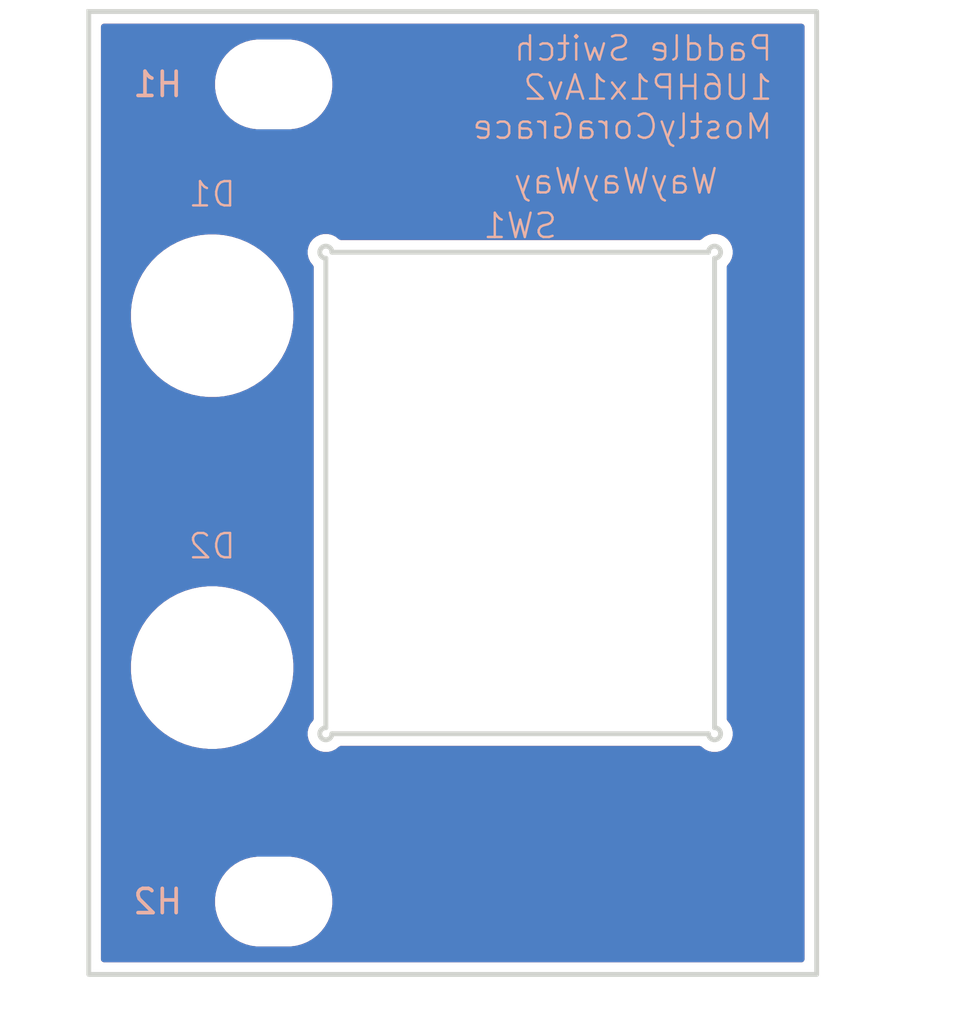
<source format=kicad_pcb>
(kicad_pcb (version 20241229) (generator "pcbnew") (generator_version "9.0")
  (layers (0 "F.Cu" signal) (2 "B.Cu" signal) (13 "F.Paste" user) (15 "B.Paste" user) (5 "F.SilkS" user "F.Silkscreen") (7 "B.SilkS" user "B.Silkscreen") (1 "F.Mask" user) (3 "B.Mask" user) (25 "Edge.Cuts" user))
  (net 0 "")
  (footprint "EXC:6mm_Panel_Mount_LED" (layer "F.Cu") (at 5.084 14.95)
    (property "Reference" "D1" (at 0 -5 0) (layer "B.SilkS") (effects (font (thickness 0.1)) (justify mirror)))
    (property "Value" "6mm_Panel_Mount_LED")
    (pad "" np_thru_hole circle (at 0 0) (size 6.2 6.2) (drill 6.2) (layers "*.Cu" "*.Mask"))
  )
  (footprint "EXC:6mm_Panel_Mount_LED" (layer "F.Cu") (at 5.084 29.44)
    (property "Reference" "D2" (at 0 -5 0) (layer "B.SilkS") (effects (font (thickness 0.1)) (justify mirror)))
    (property "Value" "6mm_Panel_Mount_LED")
    (pad "" np_thru_hole circle (at 0 0) (size 6.2 6.2) (drill 6.2) (layers "*.Cu" "*.Mask"))
  )
  (footprint "EXC:SW_DPDT_p5xp6i_Panel_Mount_Paddle_Switch_B" (layer "F.Cu") (at 17.78 22.25)
    (property "Reference" "SW1" (at 0 -11 0) (layer "B.SilkS") (effects (font (thickness 0.1)) (justify mirror)))
    (property "Value" "SW_DPDT-p5xp6i_Panel_Mount_Paddle_Switch_B")
    (fp_line (start -8.01 9.665) (end -8.009999 -9.665) (stroke (width 0.2)) (layer "Edge.Cuts"))
    (fp_line (start -7.76 -9.915) (end 7.76 -9.915) (stroke (width 0.2)) (layer "Edge.Cuts"))
    (fp_line (start 7.76 9.915) (end -7.76 9.914999) (stroke (width 0.2)) (layer "Edge.Cuts"))
    (fp_line (start 8.01 -9.665) (end 8.01 9.665) (stroke (width 0.2)) (layer "Edge.Cuts"))
    (fp_arc (start -8.01 -9.665) (mid -8.186777 -10.091777) (end -7.76 -9.915) (stroke (width 0.2)) (layer "Edge.Cuts"))
    (fp_arc (start -7.76 9.915) (mid -8.186777 10.091777) (end -8.01 9.665) (stroke (width 0.2)) (layer "Edge.Cuts"))
    (fp_arc (start 7.76 -9.915) (mid 8.186777 -10.091777) (end 8.01 -9.665) (stroke (width 0.2)) (layer "Edge.Cuts"))
    (fp_arc (start 8.01 9.665) (mid 8.186777 10.091777) (end 7.76 9.915) (stroke (width 0.2)) (layer "Edge.Cuts"))
  )
  (footprint "EXC:MountingHole_3.2mm_M3" (layer "F.Cu") (at 7.62 39.075)
    (property "Reference" "H2" (at -3.683 0 0) (layer "B.SilkS") (effects (justify left mirror)))
    (property "Value" "Eurorack_M3_MountingHole")
    (pad "" np_thru_hole oval (at 0 0) (size 4.34 3.2) (drill oval 4.34 3.2) (layers "*.Cu" "*.Mask"))
  )
  (footprint "EXC:MountingHole_3.2mm_M3" (layer "F.Cu") (at 7.62 5.425)
    (property "Reference" "H1" (at -3.683 0 0) (layer "B.SilkS") (effects (justify left mirror)))
    (property "Value" "Eurorack_M3_MountingHole")
    (pad "" np_thru_hole oval (at 0 0) (size 4.34 3.2) (drill oval 4.34 3.2) (layers "*.Cu" "*.Mask"))
  )
  (gr_rect (start 0 2.425) (end 30 42.075) (stroke (width 0.2)) (fill no) (layer "Edge.Cuts"))
  (gr_text "Paddle Switch\n1U6HP1x1Av2\nMostlyCoraGrace" (at 28.25 7.75 0) (layer "B.SilkS") (effects (font (size 1 1) (thickness 0.1)) (justify left bottom mirror)))
  (gr_text "WayWayWay" (at 26 10 0) (layer "B.SilkS") (effects (font (size 1 1) (thickness 0.1)) (justify left bottom mirror)))
  (zone (net 0) (net_name "") (layers "F.Cu" "B.Cu") (connect_pads (clearance 0.5)) (min_thickness 0.25) (fill yes (thermal_gap 0.5) (thermal_bridge_width 0.5) (island_removal_mode 1) (island_area_min 10))
    (polygon (pts (xy 0 2.425) (xy 30 2.425) (xy 30 42.075) (xy 0 42.075)))
  )
)
</source>
